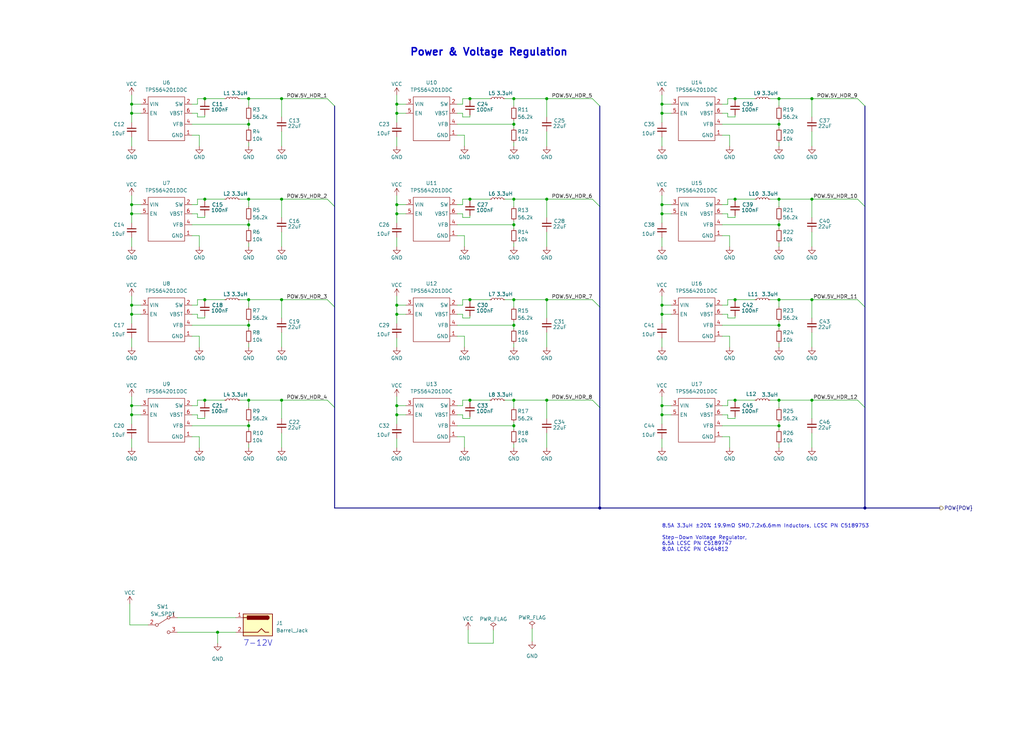
<source format=kicad_sch>
(kicad_sch (version 20230121) (generator eeschema)
  (paper "User" 355.6 254)
  (junction (at 229.87 144.145))
  (junction (at 255.27 104.14))
  (junction (at 86.36 139.065))
  (junction (at 178.435 113.03))
  (junction (at 86.36 78.105))
  (junction (at 45.72 140.97))
  (junction (at 270.51 34.29))
  (junction (at 86.36 113.03))
  (junction (at 137.795 140.97))
  (junction (at 137.795 144.145))
  (junction (at 178.435 139.065))
  (junction (at 45.72 109.22))
  (junction (at 270.51 104.14))
  (junction (at 45.72 39.37))
  (junction (at 45.72 36.195))
  (junction (at 178.435 43.18))
  (junction (at 97.79 104.14))
  (junction (at 270.51 78.105))
  (junction (at 97.79 139.065))
  (junction (at 189.865 104.14))
  (junction (at 229.87 140.97))
  (junction (at 71.12 69.215))
  (junction (at 163.195 104.14))
  (junction (at 281.94 104.14))
  (junction (at 45.72 74.295))
  (junction (at 178.435 34.29))
  (junction (at 229.87 36.195))
  (junction (at 178.435 147.955))
  (junction (at 71.12 104.14))
  (junction (at 255.27 34.29))
  (junction (at 71.12 34.29))
  (junction (at 86.36 43.18))
  (junction (at 229.87 109.22))
  (junction (at 45.72 71.12))
  (junction (at 255.27 139.065))
  (junction (at 86.36 104.14))
  (junction (at 281.94 69.215))
  (junction (at 137.795 109.22))
  (junction (at 86.36 69.215))
  (junction (at 137.795 71.12))
  (junction (at 229.87 71.12))
  (junction (at 300.355 176.53))
  (junction (at 86.36 147.955))
  (junction (at 178.435 78.105))
  (junction (at 163.195 69.215))
  (junction (at 189.865 139.065))
  (junction (at 137.795 39.37))
  (junction (at 229.87 74.295))
  (junction (at 86.36 34.29))
  (junction (at 137.795 74.295))
  (junction (at 270.51 139.065))
  (junction (at 270.51 43.18))
  (junction (at 137.795 106.045))
  (junction (at 178.435 104.14))
  (junction (at 281.94 34.29))
  (junction (at 270.51 147.955))
  (junction (at 45.72 106.045))
  (junction (at 163.195 34.29))
  (junction (at 189.865 34.29))
  (junction (at 189.865 69.215))
  (junction (at 75.565 219.71))
  (junction (at 229.87 106.045))
  (junction (at 255.27 69.215))
  (junction (at 97.79 69.215))
  (junction (at 163.195 139.065))
  (junction (at 71.12 139.065))
  (junction (at 45.72 144.145))
  (junction (at 229.87 39.37))
  (junction (at 270.51 69.215))
  (junction (at 270.51 113.03))
  (junction (at 281.94 139.065))
  (junction (at 137.795 36.195))
  (junction (at 97.79 34.29))
  (junction (at 208.28 176.53))
  (junction (at 178.435 69.215))
  (bus_entry (at 113.665 69.215) (size 2.54 2.54))
  (bus_entry (at 205.74 69.215) (size 2.54 2.54))
  (bus_entry (at 205.74 104.14) (size 2.54 2.54))
  (bus_entry (at 113.665 139.065) (size 2.54 2.54))
  (bus_entry (at 297.815 104.14) (size 2.54 2.54))
  (bus_entry (at 205.74 139.065) (size 2.54 2.54))
  (bus_entry (at 297.815 139.065) (size 2.54 2.54))
  (bus_entry (at 205.74 34.29) (size 2.54 2.54))
  (bus_entry (at 297.815 34.29) (size 2.54 2.54))
  (bus_entry (at 113.665 34.29) (size 2.54 2.54))
  (bus_entry (at 113.665 104.14) (size 2.54 2.54))
  (bus_entry (at 297.815 69.215) (size 2.54 2.54))
  (wire (pts (xy 97.79 115.57) (xy 97.79 120.65)))
  (wire (pts (xy 160.655 74.295) (xy 160.655 75.565)))
  (wire (pts (xy 45.72 106.045) (xy 45.72 109.22)))
  (wire (pts (xy 189.865 80.645) (xy 189.865 85.725)))
  (wire (pts (xy 160.655 34.29) (xy 163.195 34.29)))
  (wire (pts (xy 86.36 104.14) (xy 86.36 106.68)))
  (wire (pts (xy 255.27 75.565) (xy 255.27 74.93)))
  (wire (pts (xy 137.795 33.02) (xy 137.795 36.195)))
  (wire (pts (xy 229.87 71.12) (xy 229.87 74.295)))
  (wire (pts (xy 163.195 145.415) (xy 163.195 144.78)))
  (bus (pts (xy 116.205 141.605) (xy 116.205 176.53)))
  (wire (pts (xy 160.655 104.14) (xy 160.655 106.045)))
  (wire (pts (xy 160.655 75.565) (xy 163.195 75.565)))
  (wire (pts (xy 71.12 139.065) (xy 71.12 139.7)))
  (wire (pts (xy 45.72 71.12) (xy 48.895 71.12)))
  (wire (pts (xy 137.795 117.475) (xy 137.795 120.65)))
  (wire (pts (xy 45.72 36.195) (xy 45.72 39.37)))
  (wire (pts (xy 137.795 140.97) (xy 137.795 144.145)))
  (wire (pts (xy 189.865 45.72) (xy 189.865 50.8)))
  (wire (pts (xy 45.72 137.795) (xy 45.72 140.97)))
  (wire (pts (xy 68.58 109.22) (xy 68.58 110.49)))
  (wire (pts (xy 189.865 115.57) (xy 189.865 120.65)))
  (wire (pts (xy 97.79 34.29) (xy 113.665 34.29)))
  (wire (pts (xy 97.79 34.29) (xy 97.79 40.64)))
  (wire (pts (xy 66.675 109.22) (xy 68.58 109.22)))
  (wire (pts (xy 97.79 139.065) (xy 113.665 139.065)))
  (wire (pts (xy 83.185 34.29) (xy 86.36 34.29)))
  (wire (pts (xy 158.75 39.37) (xy 160.655 39.37)))
  (wire (pts (xy 252.73 75.565) (xy 255.27 75.565)))
  (wire (pts (xy 281.94 150.495) (xy 281.94 155.575)))
  (wire (pts (xy 252.73 36.195) (xy 250.825 36.195)))
  (wire (pts (xy 250.825 46.99) (xy 253.365 46.99)))
  (wire (pts (xy 68.58 69.215) (xy 71.12 69.215)))
  (wire (pts (xy 270.51 154.305) (xy 270.51 155.575)))
  (wire (pts (xy 270.51 104.14) (xy 270.51 106.68)))
  (wire (pts (xy 86.36 111.76) (xy 86.36 113.03)))
  (wire (pts (xy 69.215 151.765) (xy 69.215 155.575)))
  (wire (pts (xy 137.795 82.55) (xy 137.795 85.725)))
  (wire (pts (xy 83.185 139.065) (xy 86.36 139.065)))
  (wire (pts (xy 255.27 34.29) (xy 262.255 34.29)))
  (wire (pts (xy 189.865 34.29) (xy 205.74 34.29)))
  (wire (pts (xy 178.435 139.065) (xy 178.435 141.605)))
  (wire (pts (xy 137.795 144.145) (xy 137.795 147.32)))
  (wire (pts (xy 71.12 104.14) (xy 78.105 104.14)))
  (wire (pts (xy 71.12 75.565) (xy 71.12 74.93)))
  (wire (pts (xy 68.58 34.29) (xy 68.58 36.195)))
  (wire (pts (xy 189.865 139.065) (xy 205.74 139.065)))
  (wire (pts (xy 270.51 139.065) (xy 281.94 139.065)))
  (wire (pts (xy 45.72 33.02) (xy 45.72 36.195)))
  (wire (pts (xy 66.675 113.03) (xy 86.36 113.03)))
  (wire (pts (xy 66.675 39.37) (xy 68.58 39.37)))
  (wire (pts (xy 71.12 110.49) (xy 71.12 109.855)))
  (wire (pts (xy 270.51 41.91) (xy 270.51 43.18)))
  (wire (pts (xy 229.87 109.22) (xy 229.87 112.395)))
  (wire (pts (xy 250.825 43.18) (xy 270.51 43.18)))
  (bus (pts (xy 208.28 176.53) (xy 300.355 176.53)))
  (wire (pts (xy 161.29 81.915) (xy 161.29 85.725)))
  (bus (pts (xy 208.28 71.755) (xy 208.28 106.68)))
  (wire (pts (xy 86.36 146.685) (xy 86.36 147.955)))
  (wire (pts (xy 229.87 71.12) (xy 233.045 71.12)))
  (wire (pts (xy 71.12 104.14) (xy 71.12 104.775)))
  (wire (pts (xy 252.73 140.97) (xy 250.825 140.97)))
  (wire (pts (xy 45.72 47.625) (xy 45.72 50.8)))
  (wire (pts (xy 178.435 119.38) (xy 178.435 120.65)))
  (wire (pts (xy 51.435 217.17) (xy 45.085 217.17)))
  (wire (pts (xy 175.26 139.065) (xy 178.435 139.065)))
  (wire (pts (xy 178.435 104.14) (xy 178.435 106.68)))
  (wire (pts (xy 178.435 41.91) (xy 178.435 43.18)))
  (wire (pts (xy 137.795 144.145) (xy 140.97 144.145)))
  (wire (pts (xy 137.795 47.625) (xy 137.795 50.8)))
  (wire (pts (xy 68.58 110.49) (xy 71.12 110.49)))
  (wire (pts (xy 69.215 81.915) (xy 69.215 85.725)))
  (wire (pts (xy 267.335 104.14) (xy 270.51 104.14)))
  (wire (pts (xy 160.655 69.215) (xy 163.195 69.215)))
  (wire (pts (xy 68.58 74.295) (xy 68.58 75.565)))
  (wire (pts (xy 229.87 140.97) (xy 233.045 140.97)))
  (wire (pts (xy 250.825 151.765) (xy 253.365 151.765)))
  (wire (pts (xy 252.73 74.295) (xy 252.73 75.565)))
  (wire (pts (xy 86.36 69.215) (xy 86.36 71.755)))
  (wire (pts (xy 250.825 74.295) (xy 252.73 74.295)))
  (wire (pts (xy 252.73 145.415) (xy 255.27 145.415)))
  (wire (pts (xy 253.365 116.84) (xy 253.365 120.65)))
  (wire (pts (xy 255.27 139.065) (xy 262.255 139.065)))
  (wire (pts (xy 163.195 69.215) (xy 170.18 69.215)))
  (wire (pts (xy 252.73 71.12) (xy 250.825 71.12)))
  (wire (pts (xy 137.795 137.795) (xy 137.795 140.97)))
  (wire (pts (xy 255.27 139.065) (xy 255.27 139.7)))
  (wire (pts (xy 68.58 104.14) (xy 71.12 104.14)))
  (wire (pts (xy 189.865 104.14) (xy 205.74 104.14)))
  (wire (pts (xy 175.26 104.14) (xy 178.435 104.14)))
  (wire (pts (xy 178.435 146.685) (xy 178.435 147.955)))
  (wire (pts (xy 178.435 49.53) (xy 178.435 50.8)))
  (wire (pts (xy 270.51 34.29) (xy 270.51 36.83)))
  (wire (pts (xy 189.865 34.29) (xy 189.865 40.64)))
  (wire (pts (xy 158.75 109.22) (xy 160.655 109.22)))
  (wire (pts (xy 162.56 218.821) (xy 162.56 223.52)))
  (wire (pts (xy 45.72 109.22) (xy 48.895 109.22)))
  (wire (pts (xy 86.36 139.065) (xy 97.79 139.065)))
  (wire (pts (xy 68.58 71.12) (xy 66.675 71.12)))
  (wire (pts (xy 97.79 104.14) (xy 113.665 104.14)))
  (wire (pts (xy 66.675 46.99) (xy 69.215 46.99)))
  (wire (pts (xy 255.27 34.29) (xy 255.27 34.925)))
  (wire (pts (xy 252.73 104.14) (xy 252.73 106.045)))
  (wire (pts (xy 189.865 104.14) (xy 189.865 110.49)))
  (wire (pts (xy 178.435 43.18) (xy 178.435 44.45)))
  (wire (pts (xy 281.94 69.215) (xy 281.94 75.565)))
  (wire (pts (xy 45.72 67.945) (xy 45.72 71.12)))
  (wire (pts (xy 137.795 109.22) (xy 140.97 109.22)))
  (wire (pts (xy 252.73 110.49) (xy 255.27 110.49)))
  (wire (pts (xy 250.825 147.955) (xy 270.51 147.955)))
  (bus (pts (xy 300.355 176.53) (xy 326.39 176.53)))
  (wire (pts (xy 137.795 71.12) (xy 137.795 74.295)))
  (wire (pts (xy 83.185 104.14) (xy 86.36 104.14)))
  (wire (pts (xy 45.72 36.195) (xy 48.895 36.195)))
  (bus (pts (xy 116.205 106.68) (xy 116.205 141.605)))
  (wire (pts (xy 86.36 119.38) (xy 86.36 120.65)))
  (wire (pts (xy 255.27 104.14) (xy 262.255 104.14)))
  (wire (pts (xy 229.87 152.4) (xy 229.87 155.575)))
  (wire (pts (xy 270.51 147.955) (xy 270.51 149.225)))
  (wire (pts (xy 45.72 71.12) (xy 45.72 74.295)))
  (wire (pts (xy 137.795 102.87) (xy 137.795 106.045)))
  (bus (pts (xy 300.355 36.83) (xy 300.355 71.755)))
  (wire (pts (xy 184.785 218.44) (xy 184.785 222.885)))
  (wire (pts (xy 178.435 84.455) (xy 178.435 85.725)))
  (wire (pts (xy 270.51 76.835) (xy 270.51 78.105)))
  (wire (pts (xy 252.73 69.215) (xy 252.73 71.12)))
  (wire (pts (xy 137.795 39.37) (xy 137.795 42.545)))
  (wire (pts (xy 163.195 34.29) (xy 163.195 34.925)))
  (wire (pts (xy 178.435 69.215) (xy 189.865 69.215)))
  (wire (pts (xy 270.51 111.76) (xy 270.51 113.03)))
  (wire (pts (xy 270.51 119.38) (xy 270.51 120.65)))
  (wire (pts (xy 71.12 69.215) (xy 71.12 69.85)))
  (wire (pts (xy 252.73 109.22) (xy 252.73 110.49)))
  (wire (pts (xy 178.435 69.215) (xy 178.435 71.755)))
  (bus (pts (xy 300.355 71.755) (xy 300.355 106.68)))
  (wire (pts (xy 163.195 104.14) (xy 170.18 104.14)))
  (wire (pts (xy 45.085 209.804) (xy 45.085 217.17)))
  (wire (pts (xy 83.185 69.215) (xy 86.36 69.215)))
  (wire (pts (xy 270.51 49.53) (xy 270.51 50.8)))
  (wire (pts (xy 178.435 154.305) (xy 178.435 155.575)))
  (wire (pts (xy 45.72 82.55) (xy 45.72 85.725)))
  (wire (pts (xy 270.51 84.455) (xy 270.51 85.725)))
  (wire (pts (xy 171.323 218.948) (xy 171.323 223.52)))
  (wire (pts (xy 267.335 69.215) (xy 270.51 69.215)))
  (wire (pts (xy 163.195 139.065) (xy 170.18 139.065)))
  (wire (pts (xy 270.51 113.03) (xy 270.51 114.3)))
  (wire (pts (xy 68.58 40.64) (xy 71.12 40.64)))
  (wire (pts (xy 137.795 74.295) (xy 140.97 74.295)))
  (wire (pts (xy 45.72 74.295) (xy 48.895 74.295)))
  (wire (pts (xy 229.87 137.795) (xy 229.87 140.97)))
  (wire (pts (xy 178.435 111.76) (xy 178.435 113.03)))
  (wire (pts (xy 229.87 109.22) (xy 233.045 109.22)))
  (wire (pts (xy 281.94 34.29) (xy 281.94 40.64)))
  (wire (pts (xy 229.87 36.195) (xy 229.87 39.37)))
  (wire (pts (xy 86.36 84.455) (xy 86.36 85.725)))
  (wire (pts (xy 68.58 39.37) (xy 68.58 40.64)))
  (wire (pts (xy 161.29 151.765) (xy 161.29 155.575)))
  (wire (pts (xy 178.435 34.29) (xy 178.435 36.83)))
  (wire (pts (xy 270.51 78.105) (xy 270.51 79.375)))
  (wire (pts (xy 270.51 43.18) (xy 270.51 44.45)))
  (wire (pts (xy 97.79 150.495) (xy 97.79 155.575)))
  (wire (pts (xy 250.825 116.84) (xy 253.365 116.84)))
  (wire (pts (xy 270.51 146.685) (xy 270.51 147.955)))
  (wire (pts (xy 71.12 40.64) (xy 71.12 40.005)))
  (wire (pts (xy 252.73 139.065) (xy 255.27 139.065)))
  (bus (pts (xy 116.205 176.53) (xy 208.28 176.53)))
  (wire (pts (xy 270.51 104.14) (xy 281.94 104.14)))
  (wire (pts (xy 86.36 76.835) (xy 86.36 78.105)))
  (wire (pts (xy 160.655 69.215) (xy 160.655 71.12)))
  (wire (pts (xy 158.75 46.99) (xy 161.29 46.99)))
  (wire (pts (xy 161.29 46.99) (xy 161.29 50.8)))
  (wire (pts (xy 252.73 139.065) (xy 252.73 140.97)))
  (wire (pts (xy 171.323 223.52) (xy 162.56 223.52)))
  (wire (pts (xy 160.655 36.195) (xy 158.75 36.195)))
  (wire (pts (xy 68.58 75.565) (xy 71.12 75.565)))
  (wire (pts (xy 160.655 140.97) (xy 158.75 140.97)))
  (wire (pts (xy 281.94 139.065) (xy 281.94 145.415)))
  (wire (pts (xy 175.26 69.215) (xy 178.435 69.215)))
  (wire (pts (xy 229.87 39.37) (xy 233.045 39.37)))
  (bus (pts (xy 208.28 36.83) (xy 208.28 71.755)))
  (wire (pts (xy 71.12 139.065) (xy 78.105 139.065)))
  (bus (pts (xy 116.205 71.755) (xy 116.205 106.68)))
  (wire (pts (xy 66.675 81.915) (xy 69.215 81.915)))
  (wire (pts (xy 281.94 115.57) (xy 281.94 120.65)))
  (wire (pts (xy 229.87 67.945) (xy 229.87 71.12)))
  (wire (pts (xy 71.12 34.29) (xy 71.12 34.925)))
  (wire (pts (xy 66.675 78.105) (xy 86.36 78.105)))
  (wire (pts (xy 229.87 74.295) (xy 229.87 77.47)))
  (wire (pts (xy 281.94 104.14) (xy 297.815 104.14)))
  (wire (pts (xy 137.795 39.37) (xy 140.97 39.37)))
  (wire (pts (xy 250.825 78.105) (xy 270.51 78.105)))
  (wire (pts (xy 252.73 144.145) (xy 252.73 145.415)))
  (wire (pts (xy 45.72 140.97) (xy 45.72 144.145)))
  (wire (pts (xy 66.675 144.145) (xy 68.58 144.145)))
  (wire (pts (xy 137.795 109.22) (xy 137.795 112.395)))
  (wire (pts (xy 178.435 78.105) (xy 178.435 79.375)))
  (wire (pts (xy 229.87 106.045) (xy 233.045 106.045)))
  (wire (pts (xy 281.94 139.065) (xy 297.815 139.065)))
  (wire (pts (xy 158.75 144.145) (xy 160.655 144.145)))
  (wire (pts (xy 68.58 139.065) (xy 71.12 139.065)))
  (wire (pts (xy 250.825 81.915) (xy 253.365 81.915)))
  (wire (pts (xy 86.36 41.91) (xy 86.36 43.18)))
  (wire (pts (xy 158.75 113.03) (xy 178.435 113.03)))
  (wire (pts (xy 86.36 69.215) (xy 97.79 69.215)))
  (wire (pts (xy 255.27 110.49) (xy 255.27 109.855)))
  (wire (pts (xy 229.87 140.97) (xy 229.87 144.145)))
  (wire (pts (xy 229.87 33.02) (xy 229.87 36.195)))
  (wire (pts (xy 160.655 139.065) (xy 163.195 139.065)))
  (wire (pts (xy 97.79 45.72) (xy 97.79 50.8)))
  (wire (pts (xy 45.72 144.145) (xy 45.72 147.32)))
  (wire (pts (xy 69.215 46.99) (xy 69.215 50.8)))
  (wire (pts (xy 160.655 71.12) (xy 158.75 71.12)))
  (wire (pts (xy 163.195 104.14) (xy 163.195 104.775)))
  (wire (pts (xy 86.36 34.29) (xy 86.36 36.83)))
  (wire (pts (xy 45.72 102.87) (xy 45.72 106.045)))
  (wire (pts (xy 66.675 147.955) (xy 86.36 147.955)))
  (wire (pts (xy 229.87 144.145) (xy 229.87 147.32)))
  (wire (pts (xy 281.94 69.215) (xy 297.815 69.215)))
  (wire (pts (xy 68.58 36.195) (xy 66.675 36.195)))
  (wire (pts (xy 160.655 110.49) (xy 163.195 110.49)))
  (wire (pts (xy 68.58 104.14) (xy 68.58 106.045)))
  (wire (pts (xy 66.675 74.295) (xy 68.58 74.295)))
  (wire (pts (xy 71.12 69.215) (xy 78.105 69.215)))
  (wire (pts (xy 178.435 34.29) (xy 189.865 34.29)))
  (wire (pts (xy 160.655 34.29) (xy 160.655 36.195)))
  (wire (pts (xy 97.79 69.215) (xy 113.665 69.215)))
  (wire (pts (xy 137.795 152.4) (xy 137.795 155.575)))
  (wire (pts (xy 158.75 78.105) (xy 178.435 78.105)))
  (wire (pts (xy 160.655 145.415) (xy 163.195 145.415)))
  (wire (pts (xy 229.87 39.37) (xy 229.87 42.545)))
  (wire (pts (xy 66.675 43.18) (xy 86.36 43.18)))
  (wire (pts (xy 229.87 82.55) (xy 229.87 85.725)))
  (wire (pts (xy 229.87 106.045) (xy 229.87 109.22)))
  (wire (pts (xy 45.72 140.97) (xy 48.895 140.97)))
  (wire (pts (xy 160.655 106.045) (xy 158.75 106.045)))
  (wire (pts (xy 281.94 104.14) (xy 281.94 110.49)))
  (wire (pts (xy 45.72 109.22) (xy 45.72 112.395)))
  (wire (pts (xy 281.94 80.645) (xy 281.94 85.725)))
  (wire (pts (xy 250.825 144.145) (xy 252.73 144.145)))
  (wire (pts (xy 160.655 104.14) (xy 163.195 104.14)))
  (wire (pts (xy 255.27 69.215) (xy 255.27 69.85)))
  (wire (pts (xy 255.27 104.14) (xy 255.27 104.775)))
  (wire (pts (xy 229.87 102.87) (xy 229.87 106.045)))
  (wire (pts (xy 252.73 106.045) (xy 250.825 106.045)))
  (wire (pts (xy 97.79 80.645) (xy 97.79 85.725)))
  (wire (pts (xy 45.72 106.045) (xy 48.895 106.045)))
  (wire (pts (xy 270.51 34.29) (xy 281.94 34.29)))
  (wire (pts (xy 178.435 76.835) (xy 178.435 78.105)))
  (wire (pts (xy 86.36 139.065) (xy 86.36 141.605)))
  (wire (pts (xy 270.51 139.065) (xy 270.51 141.605)))
  (wire (pts (xy 250.825 39.37) (xy 252.73 39.37)))
  (wire (pts (xy 69.215 116.84) (xy 69.215 120.65)))
  (wire (pts (xy 68.58 34.29) (xy 71.12 34.29)))
  (wire (pts (xy 163.195 69.215) (xy 163.195 69.85)))
  (wire (pts (xy 45.72 74.295) (xy 45.72 77.47)))
  (wire (pts (xy 137.795 106.045) (xy 137.795 109.22)))
  (wire (pts (xy 189.865 69.215) (xy 189.865 75.565)))
  (bus (pts (xy 208.28 141.605) (xy 208.28 176.53)))
  (wire (pts (xy 68.58 139.065) (xy 68.58 140.97)))
  (wire (pts (xy 229.87 47.625) (xy 229.87 50.8)))
  (bus (pts (xy 116.205 36.83) (xy 116.205 71.755)))
  (wire (pts (xy 160.655 40.64) (xy 163.195 40.64)))
  (wire (pts (xy 267.335 34.29) (xy 270.51 34.29)))
  (wire (pts (xy 189.865 69.215) (xy 205.74 69.215)))
  (wire (pts (xy 86.36 43.18) (xy 86.36 44.45)))
  (wire (pts (xy 161.29 116.84) (xy 161.29 120.65)))
  (wire (pts (xy 175.26 34.29) (xy 178.435 34.29)))
  (wire (pts (xy 250.825 109.22) (xy 252.73 109.22)))
  (wire (pts (xy 45.72 117.475) (xy 45.72 120.65)))
  (wire (pts (xy 97.79 104.14) (xy 97.79 110.49)))
  (wire (pts (xy 68.58 145.415) (xy 71.12 145.415)))
  (wire (pts (xy 253.365 151.765) (xy 253.365 155.575)))
  (wire (pts (xy 163.195 75.565) (xy 163.195 74.93)))
  (wire (pts (xy 158.75 74.295) (xy 160.655 74.295)))
  (bus (pts (xy 208.28 106.68) (xy 208.28 141.605)))
  (wire (pts (xy 178.435 104.14) (xy 189.865 104.14)))
  (wire (pts (xy 158.75 43.18) (xy 178.435 43.18)))
  (wire (pts (xy 250.825 113.03) (xy 270.51 113.03)))
  (bus (pts (xy 300.355 141.605) (xy 300.355 176.53)))
  (wire (pts (xy 252.73 39.37) (xy 252.73 40.64)))
  (wire (pts (xy 253.365 46.99) (xy 253.365 50.8)))
  (wire (pts (xy 71.12 145.415) (xy 71.12 144.78)))
  (wire (pts (xy 86.36 104.14) (xy 97.79 104.14)))
  (wire (pts (xy 163.195 139.065) (xy 163.195 139.7)))
  (wire (pts (xy 229.87 117.475) (xy 229.87 120.65)))
  (wire (pts (xy 66.675 151.765) (xy 69.215 151.765)))
  (wire (pts (xy 255.27 69.215) (xy 262.255 69.215)))
  (wire (pts (xy 252.73 34.29) (xy 255.27 34.29)))
  (wire (pts (xy 137.795 74.295) (xy 137.795 77.47)))
  (wire (pts (xy 178.435 147.955) (xy 178.435 149.225)))
  (wire (pts (xy 158.75 116.84) (xy 161.29 116.84)))
  (wire (pts (xy 68.58 140.97) (xy 66.675 140.97)))
  (wire (pts (xy 75.565 219.71) (xy 75.565 223.52)))
  (wire (pts (xy 61.595 219.71) (xy 75.565 219.71)))
  (wire (pts (xy 71.12 34.29) (xy 78.105 34.29)))
  (wire (pts (xy 86.36 34.29) (xy 97.79 34.29)))
  (bus (pts (xy 300.355 106.68) (xy 300.355 141.605)))
  (wire (pts (xy 178.435 113.03) (xy 178.435 114.3)))
  (wire (pts (xy 68.58 106.045) (xy 66.675 106.045)))
  (wire (pts (xy 137.795 71.12) (xy 140.97 71.12)))
  (wire (pts (xy 163.195 110.49) (xy 163.195 109.855)))
  (wire (pts (xy 160.655 139.065) (xy 160.655 140.97)))
  (wire (pts (xy 61.595 214.63) (xy 81.915 214.63)))
  (wire (pts (xy 86.36 147.955) (xy 86.36 149.225)))
  (wire (pts (xy 137.795 67.945) (xy 137.795 71.12)))
  (wire (pts (xy 160.655 109.22) (xy 160.655 110.49)))
  (wire (pts (xy 86.36 113.03) (xy 86.36 114.3)))
  (wire (pts (xy 252.73 104.14) (xy 255.27 104.14)))
  (wire (pts (xy 158.75 147.955) (xy 178.435 147.955)))
  (wire (pts (xy 270.51 69.215) (xy 281.94 69.215)))
  (wire (pts (xy 252.73 40.64) (xy 255.27 40.64)))
  (wire (pts (xy 253.365 81.915) (xy 253.365 85.725)))
  (wire (pts (xy 158.75 151.765) (xy 161.29 151.765)))
  (wire (pts (xy 163.195 40.64) (xy 163.195 40.005)))
  (wire (pts (xy 281.94 45.72) (xy 281.94 50.8)))
  (wire (pts (xy 189.865 150.495) (xy 189.865 155.575)))
  (wire (pts (xy 68.58 69.215) (xy 68.58 71.12)))
  (wire (pts (xy 229.87 144.145) (xy 233.045 144.145)))
  (wire (pts (xy 86.36 49.53) (xy 86.36 50.8)))
  (wire (pts (xy 281.94 34.29) (xy 297.815 34.29)))
  (wire (pts (xy 86.36 78.105) (xy 86.36 79.375)))
  (wire (pts (xy 255.27 40.64) (xy 255.27 40.005)))
  (wire (pts (xy 229.87 74.295) (xy 233.045 74.295)))
  (wire (pts (xy 255.27 145.415) (xy 255.27 144.78)))
  (wire (pts (xy 97.79 69.215) (xy 97.79 75.565)))
  (wire (pts (xy 267.335 139.065) (xy 270.51 139.065)))
  (wire (pts (xy 137.795 36.195) (xy 137.795 39.37)))
  (wire (pts (xy 45.72 144.145) (xy 48.895 144.145)))
  (wire (pts (xy 252.73 69.215) (xy 255.27 69.215)))
  (wire (pts (xy 163.195 34.29) (xy 170.18 34.29)))
  (wire (pts (xy 86.36 154.305) (xy 86.36 155.575)))
  (wire (pts (xy 137.795 140.97) (xy 140.97 140.97)))
  (wire (pts (xy 75.565 219.71) (xy 81.915 219.71)))
  (wire (pts (xy 66.675 116.84) (xy 69.215 116.84)))
  (wire (pts (xy 137.795 106.045) (xy 140.97 106.045)))
  (wire (pts (xy 189.865 139.065) (xy 189.865 145.415)))
  (wire (pts (xy 45.72 39.37) (xy 45.72 42.545)))
  (wire (pts (xy 160.655 39.37) (xy 160.655 40.64)))
  (wire (pts (xy 270.51 69.215) (xy 270.51 71.755)))
  (wire (pts (xy 160.655 144.145) (xy 160.655 145.415)))
  (wire (pts (xy 97.79 139.065) (xy 97.79 145.415)))
  (wire (pts (xy 158.75 81.915) (xy 161.29 81.915)))
  (wire (pts (xy 45.72 39.37) (xy 48.895 39.37)))
  (wire (pts (xy 68.58 144.145) (xy 68.58 145.415)))
  (wire (pts (xy 137.795 36.195) (xy 140.97 36.195)))
  (wire (pts (xy 45.72 152.4) (xy 45.72 155.575)))
  (wire (pts (xy 229.87 36.195) (xy 233.045 36.195)))
  (wire (pts (xy 252.73 34.29) (xy 252.73 36.195)))
  (wire (pts (xy 178.435 139.065) (xy 189.865 139.065)))
  (text "7-12V" (at 84.455 224.79 0) (effects (font (size 2.032 2.032)) (justify left bottom)))
  (text "\n\n8.5A 3.3uH ±20% 19.9mΩ SMD,7.2x6.6mm Inductors, LCSC PN C5189753\n\nStep-Down Voltage Regulator, \n6.5A LCSC PN C5189747\n8.0A LCSC PN C464812" (at 229.87 191.77 0) (effects (font (size 1.27 1.27)) (justify left bottom)))
  (text "Power & Voltage Regulation" (at 142.24 19.685 0) (effects (font (size 2.54 2.54) (thickness 0.508) bold) (justify left bottom)))
  (label "POW.5V_HDR_6" (at 205.74 69.215 180))
  (label "POW.5V_HDR_3" (at 113.665 104.14 180))
  (label "POW.5V_HDR_5" (at 205.74 34.29 180))
  (label "POW.5V_HDR_7" (at 205.74 104.14 180))
  (label "POW.5V_HDR_10" (at 297.815 69.215 180))
  (label "POW.5V_HDR_2" (at 113.665 69.215 180))
  (label "POW.5V_HDR_1" (at 113.665 34.29 180))
  (label "POW.5V_HDR_4" (at 113.665 139.065 180))
  (label "POW.5V_HDR_8" (at 205.74 139.065 180))
  (label "POW.5V_HDR_11" (at 297.815 104.14 180))
  (label "POW.5V_HDR_12" (at 297.815 139.065 180))
  (label "POW.5V_HDR_9" (at 297.815 34.29 180))
  (hierarchical_label "POW{POW}" (shape output) (at 326.39 176.53 0))
  (symbol (lib_id "arena_custom:TPS564201DDC") (at 57.785 111.125 0) (unit 1)
    (property "Reference" "U8" (at 57.785 98.552 0))
    (property "Value" "TPS564201DDC" (at 57.785 101.092 0))
    (property "Footprint" "Package_TO_SOT_SMD:SOT-23-6" (effects hide))
  )
  (symbol (lib_id "Device:C_Small") (at 45.72 149.86 0) (unit 1)
    (property "Reference" "C20" (at 39.37 147.955 0) (effects (justify left)))
    (property "Value" "10uF" (at 38.735 151.13 0) (effects (justify left)))
    (property "Footprint" "Capacitor_SMD:C_0603_1608Metric" (effects hide))
  )
  (symbol (lib_id "arena_custom:TPS564201DDC") (at 149.86 146.05 0) (unit 1)
    (property "Reference" "U13" (at 149.86 133.477 0))
    (property "Value" "TPS564201DDC" (at 149.86 136.017 0))
    (property "Footprint" "Package_TO_SOT_SMD:SOT-23-6" (effects hide))
  )
  (symbol (lib_id "arena_custom:TPS564201DDC") (at 149.86 111.125 0) (unit 1)
    (property "Reference" "U12" (at 149.86 98.552 0))
    (property "Value" "TPS564201DDC" (at 149.86 101.092 0))
    (property "Footprint" "Package_TO_SOT_SMD:SOT-23-6" (effects hide))
  )
  (symbol (lib_id "Device:C_Small") (at 229.87 149.86 0) (unit 1)
    (property "Reference" "C44" (at 223.52 147.955 0) (effects (justify left)))
    (property "Value" "10uF" (at 222.885 151.13 0) (effects (justify left)))
    (property "Footprint" "Capacitor_SMD:C_0603_1608Metric" (effects hide))
  )
  (symbol (lib_id "power:GND") (at 270.51 50.8 0) (unit 1)
    (property "Reference" "#PWR0110" (effects hide))
    (property "Value" "GND" (at 270.51 54.61 0))
  )
  (symbol (lib_id "Device:C_Small") (at 97.79 43.18 180) (unit 1)
    (property "Reference" "C13" (at 104.14 41.91 0) (effects (justify left)))
    (property "Value" "22uF" (at 104.775 43.815 0) (effects (justify left)))
    (property "Footprint" "Capacitor_SMD:C_0603_1608Metric" (effects hide))
  )
  (symbol (lib_id "Device:C_Small") (at 255.27 37.465 180) (unit 1)
    (property "Reference" "C36" (at 261.62 36.195 0) (effects (justify left)))
    (property "Value" "100nF" (at 263.525 38.1 0) (effects (justify left)))
    (property "Footprint" "Capacitor_SMD:C_0603_1608Metric" (effects hide))
  )
  (symbol (lib_id "Device:C_Small") (at 137.795 149.86 0) (unit 1)
    (property "Reference" "C32" (at 131.445 147.955 0) (effects (justify left)))
    (property "Value" "10uF" (at 130.81 151.13 0) (effects (justify left)))
    (property "Footprint" "Capacitor_SMD:C_0603_1608Metric" (effects hide))
  )
  (symbol (lib_id "power:GND") (at 97.79 120.65 0) (unit 1)
    (property "Reference" "#PWR081" (effects hide))
    (property "Value" "GND" (at 97.79 124.46 0))
  )
  (symbol (lib_id "Device:R_Small") (at 270.51 144.145 0) (unit 1)
    (property "Reference" "R25" (at 271.78 142.875 0) (effects (justify left)))
    (property "Value" "56.2k" (at 271.78 145.415 0) (effects (justify left)))
    (property "Footprint" "Resistor_SMD:R_0603_1608Metric" (effects hide))
  )
  (symbol (lib_id "power:GND") (at 178.435 50.8 0) (unit 1)
    (property "Reference" "#PWR090" (effects hide))
    (property "Value" "GND" (at 178.435 54.61 0))
  )
  (symbol (lib_id "Device:C_Small") (at 163.195 37.465 180) (unit 1)
    (property "Reference" "C24" (at 169.545 36.195 0) (effects (justify left)))
    (property "Value" "100nF" (at 171.45 38.1 0) (effects (justify left)))
    (property "Footprint" "Capacitor_SMD:C_0603_1608Metric" (effects hide))
  )
  (symbol (lib_id "Device:C_Small") (at 71.12 142.24 180) (unit 1)
    (property "Reference" "C21" (at 77.47 140.97 0) (effects (justify left)))
    (property "Value" "100nF" (at 79.375 142.875 0) (effects (justify left)))
    (property "Footprint" "Capacitor_SMD:C_0603_1608Metric" (effects hide))
  )
  (symbol (lib_id "Device:C_Small") (at 281.94 43.18 180) (unit 1)
    (property "Reference" "C37" (at 288.29 41.91 0) (effects (justify left)))
    (property "Value" "22uF" (at 288.925 43.815 0) (effects (justify left)))
    (property "Footprint" "Capacitor_SMD:C_0603_1608Metric" (effects hide))
  )
  (symbol (lib_id "power:GND") (at 189.865 85.725 0) (unit 1)
    (property "Reference" "#PWR096" (effects hide))
    (property "Value" "GND" (at 189.865 89.535 0))
  )
  (symbol (lib_id "Device:R_Small") (at 86.36 81.915 0) (unit 1)
    (property "Reference" "R6" (at 87.63 80.645 0) (effects (justify left)))
    (property "Value" "10k" (at 87.63 83.185 0) (effects (justify left)))
    (property "Footprint" "Resistor_SMD:R_0603_1608Metric" (effects hide))
  )
  (symbol (lib_id "power:GND") (at 178.435 155.575 0) (unit 1)
    (property "Reference" "#PWR0105" (effects hide))
    (property "Value" "GND" (at 178.435 159.385 0))
  )
  (symbol (lib_id "Device:L_Small") (at 80.645 69.215 90) (unit 1)
    (property "Reference" "L2" (at 78.74 67.31 90))
    (property "Value" "3.3uH" (at 83.185 67.31 90))
    (property "Footprint" "arena_custom:CYA0650_3P3UH" (effects hide))
  )
  (symbol (lib_id "power:GND") (at 229.87 120.65 0) (unit 1)
    (property "Reference" "#PWR0118" (effects hide))
    (property "Value" "GND" (at 229.87 124.46 0))
  )
  (symbol (lib_id "Device:R_Small") (at 270.51 74.295 0) (unit 1)
    (property "Reference" "R21" (at 271.78 73.025 0) (effects (justify left)))
    (property "Value" "56.2k" (at 271.78 75.565 0) (effects (justify left)))
    (property "Footprint" "Resistor_SMD:R_0603_1608Metric" (effects hide))
  )
  (symbol (lib_id "power:GND") (at 189.865 155.575 0) (unit 1)
    (property "Reference" "#PWR0106" (effects hide))
    (property "Value" "GND" (at 189.865 159.385 0))
  )
  (symbol (lib_id "power:GND") (at 270.51 155.575 0) (unit 1)
    (property "Reference" "#PWR0125" (effects hide))
    (property "Value" "GND" (at 270.51 159.385 0))
  )
  (symbol (lib_id "power:GND") (at 97.79 85.725 0) (unit 1)
    (property "Reference" "#PWR054" (effects hide))
    (property "Value" "GND" (at 97.79 89.535 0))
  )
  (symbol (lib_id "power:GND") (at 137.795 50.8 0) (unit 1)
    (property "Reference" "#PWR088" (effects hide))
    (property "Value" "GND" (at 137.795 54.61 0))
  )
  (symbol (lib_id "power:GND") (at 45.72 50.8 0) (unit 1)
    (property "Reference" "#PWR04" (effects hide))
    (property "Value" "GND" (at 45.72 54.61 0))
  )
  (symbol (lib_id "power:GND") (at 161.29 50.8 0) (unit 1)
    (property "Reference" "#PWR089" (effects hide))
    (property "Value" "GND" (at 161.29 54.61 0))
  )
  (symbol (lib_id "Device:R_Small") (at 270.51 151.765 0) (unit 1)
    (property "Reference" "R26" (at 271.78 150.495 0) (effects (justify left)))
    (property "Value" "10k" (at 271.78 153.035 0) (effects (justify left)))
    (property "Footprint" "Resistor_SMD:R_0603_1608Metric" (effects hide))
  )
  (symbol (lib_id "power:GND") (at 178.435 85.725 0) (unit 1)
    (property "Reference" "#PWR095" (effects hide))
    (property "Value" "GND" (at 178.435 89.535 0))
  )
  (symbol (lib_id "power:GND") (at 86.36 120.65 0) (unit 1)
    (property "Reference" "#PWR080" (effects hide))
    (property "Value" "GND" (at 86.36 124.46 0))
  )
  (symbol (lib_id "power:GND") (at 253.365 50.8 0) (unit 1)
    (property "Reference" "#PWR0109" (effects hide))
    (property "Value" "GND" (at 253.365 54.61 0))
  )
  (symbol (lib_id "power:VCC") (at 45.72 67.945 0) (unit 1)
    (property "Reference" "#PWR024" (effects hide))
    (property "Value" "VCC" (at 45.72 64.135 0))
  )
  (symbol (lib_id "power:GND") (at 45.72 120.65 0) (unit 1)
    (property "Reference" "#PWR058" (effects hide))
    (property "Value" "GND" (at 45.72 124.46 0))
  )
  (symbol (lib_id "Device:L_Small") (at 172.72 104.14 90) (unit 1)
    (property "Reference" "L7" (at 170.815 102.235 90))
    (property "Value" "3.3uH" (at 175.26 102.235 90))
    (property "Footprint" "arena_custom:CYA0650_3P3UH" (effects hide))
  )
  (symbol (lib_id "Device:R_Small") (at 86.36 144.145 0) (unit 1)
    (property "Reference" "R9" (at 87.63 142.875 0) (effects (justify left)))
    (property "Value" "56.2k" (at 87.63 145.415 0) (effects (justify left)))
    (property "Footprint" "Resistor_SMD:R_0603_1608Metric" (effects hide))
  )
  (symbol (lib_id "power:VCC") (at 162.56 218.821 0) (unit 1)
    (property "Reference" "#PWR076" (effects hide))
    (property "Value" "VCC" (at 162.56 215.011 0))
  )
  (symbol (lib_id "power:GND") (at 45.72 85.725 0) (unit 1)
    (property "Reference" "#PWR038" (effects hide))
    (property "Value" "GND" (at 45.72 89.535 0))
  )
  (symbol (lib_id "power:VCC") (at 229.87 33.02 0) (unit 1)
    (property "Reference" "#PWR0107" (effects hide))
    (property "Value" "VCC" (at 229.87 29.21 0))
  )
  (symbol (lib_id "power:VCC") (at 137.795 137.795 0) (unit 1)
    (property "Reference" "#PWR0102" (effects hide))
    (property "Value" "VCC" (at 137.795 133.985 0))
  )
  (symbol (lib_id "power:GND") (at 137.795 155.575 0) (unit 1)
    (property "Reference" "#PWR0103" (effects hide))
    (property "Value" "GND" (at 137.795 159.385 0))
  )
  (symbol (lib_id "Device:C_Small") (at 97.79 113.03 180) (unit 1)
    (property "Reference" "C19" (at 104.14 111.76 0) (effects (justify left)))
    (property "Value" "22uF" (at 104.775 113.665 0) (effects (justify left)))
    (property "Footprint" "Capacitor_SMD:C_0603_1608Metric" (effects hide))
  )
  (symbol (lib_id "power:GND") (at 69.215 155.575 0) (unit 1)
    (property "Reference" "#PWR084" (effects hide))
    (property "Value" "GND" (at 69.215 159.385 0))
  )
  (symbol (lib_id "power:GND") (at 253.365 85.725 0) (unit 1)
    (property "Reference" "#PWR0114" (effects hide))
    (property "Value" "GND" (at 253.365 89.535 0))
  )
  (symbol (lib_id "power:VCC") (at 137.795 102.87 0) (unit 1)
    (property "Reference" "#PWR097" (effects hide))
    (property "Value" "VCC" (at 137.795 99.06 0))
  )
  (symbol (lib_id "power:GND") (at 229.87 50.8 0) (unit 1)
    (property "Reference" "#PWR0108" (effects hide))
    (property "Value" "GND" (at 229.87 54.61 0))
  )
  (symbol (lib_id "Device:L_Small") (at 80.645 104.14 90) (unit 1)
    (property "Reference" "L3" (at 78.74 102.235 90))
    (property "Value" "3.3uH" (at 83.185 102.235 90))
    (property "Footprint" "arena_custom:CYA0650_3P3UH" (effects hide))
  )
  (symbol (lib_id "Device:R_Small") (at 270.51 39.37 0) (unit 1)
    (property "Reference" "R19" (at 271.78 38.1 0) (effects (justify left)))
    (property "Value" "56.2k" (at 271.78 40.64 0) (effects (justify left)))
    (property "Footprint" "Resistor_SMD:R_0603_1608Metric" (effects hide))
  )
  (symbol (lib_id "power:GND") (at 189.865 50.8 0) (unit 1)
    (property "Reference" "#PWR091" (effects hide))
    (property "Value" "GND" (at 189.865 54.61 0))
  )
  (symbol (lib_id "power:GND") (at 270.51 85.725 0) (unit 1)
    (property "Reference" "#PWR0115" (effects hide))
    (property "Value" "GND" (at 270.51 89.535 0))
  )
  (symbol (lib_id "Connector:Barrel_Jack") (at 89.535 217.17 0) (mirror y) (unit 1)
    (property "Reference" "J1" (at 95.885 216.535 0) (effects (justify right)))
    (property "Value" "Barrel_Jack" (at 95.885 219.075 0) (effects (justify right)))
    (property "Footprint" "arena_custom:DCJACK_2PIN_HIGHCURRENT" (effects hide))
  )
  (symbol (lib_id "Device:C_Small") (at 71.12 107.315 180) (unit 1)
    (property "Reference" "C18" (at 77.47 106.045 0) (effects (justify left)))
    (property "Value" "100nF" (at 79.375 107.95 0) (effects (justify left)))
    (property "Footprint" "Capacitor_SMD:C_0603_1608Metric" (effects hide))
  )
  (symbol (lib_id "power:VCC") (at 45.085 209.804 0) (unit 1)
    (property "Reference" "#PWR02" (effects hide))
    (property "Value" "VCC" (at 45.085 205.994 0))
  )
  (symbol (lib_id "Device:R_Small") (at 86.36 39.37 0) (unit 1)
    (property "Reference" "R3" (at 87.63 38.1 0) (effects (justify left)))
    (property "Value" "56.2k" (at 87.63 40.64 0) (effects (justify left)))
    (property "Footprint" "Resistor_SMD:R_0603_1608Metric" (effects hide))
  )
  (symbol (lib_id "Device:L_Small") (at 172.72 34.29 90) (unit 1)
    (property "Reference" "L5" (at 170.815 32.385 90))
    (property "Value" "3.3uH" (at 175.26 32.385 90))
    (property "Footprint" "arena_custom:CYA0650_3P3UH" (effects hide))
  )
  (symbol (lib_id "Device:R_Small") (at 178.435 39.37 0) (unit 1)
    (property "Reference" "R11" (at 179.705 38.1 0) (effects (justify left)))
    (property "Value" "56.2k" (at 179.705 40.64 0) (effects (justify left)))
    (property "Footprint" "Resistor_SMD:R_0603_1608Metric" (effects hide))
  )
  (symbol (lib_id "power:GND") (at 161.29 155.575 0) (unit 1)
    (property "Reference" "#PWR0104" (effects hide))
    (property "Value" "GND" (at 161.29 159.385 0))
  )
  (symbol (lib_id "Device:C_Small") (at 189.865 113.03 180) (unit 1)
    (property "Reference" "C31" (at 196.215 111.76 0) (effects (justify left)))
    (property "Value" "22uF" (at 196.85 113.665 0) (effects (justify left)))
    (property "Footprint" "Capacitor_SMD:C_0603_1608Metric" (effects hide))
  )
  (symbol (lib_id "Device:C_Small") (at 229.87 114.935 0) (unit 1)
    (property "Reference" "C41" (at 223.52 113.03 0) (effects (justify left)))
    (property "Value" "10uF" (at 222.885 116.205 0) (effects (justify left)))
    (property "Footprint" "Capacitor_SMD:C_0603_1608Metric" (effects hide))
  )
  (symbol (lib_id "Device:C_Small") (at 45.72 114.935 0) (unit 1)
    (property "Reference" "C17" (at 39.37 113.03 0) (effects (justify left)))
    (property "Value" "10uF" (at 38.735 116.205 0) (effects (justify left)))
    (property "Footprint" "Capacitor_SMD:C_0603_1608Metric" (effects hide))
  )
  (symbol (lib_id "Device:C_Small") (at 45.72 45.085 0) (unit 1)
    (property "Reference" "C12" (at 39.37 43.18 0) (effects (justify left)))
    (property "Value" "10uF" (at 38.735 46.355 0) (effects (justify left)))
    (property "Footprint" "Capacitor_SMD:C_0603_1608Metric" (effects hide))
  )
  (symbol (lib_id "Switch:SW_SPDT") (at 56.515 217.17 0) (unit 1)
    (property "Reference" "SW1" (at 56.515 210.82 0))
    (property "Value" "SW_SPDT" (at 56.515 213.36 0))
    (property "Footprint" "arena_custom:slide_switch" (effects hide))
  )
  (symbol (lib_id "power:GND") (at 137.795 120.65 0) (unit 1)
    (property "Reference" "#PWR098" (effects hide))
    (property "Value" "GND" (at 137.795 124.46 0))
  )
  (symbol (lib_id "Device:C_Small") (at 163.195 142.24 180) (unit 1)
    (property "Reference" "C33" (at 169.545 140.97 0) (effects (justify left)))
    (property "Value" "100nF" (at 171.45 142.875 0) (effects (justify left)))
    (property "Footprint" "Capacitor_SMD:C_0603_1608Metric" (effects hide))
  )
  (symbol (lib_id "power:GND") (at 69.215 85.725 0) (unit 1)
    (property "Reference" "#PWR050" (effects hide))
    (property "Value" "GND" (at 69.215 89.535 0))
  )
  (symbol (lib_id "power:GND") (at 86.36 50.8 0) (unit 1)
    (property "Reference" "#PWR022" (effects hide))
    (property "Value" "GND" (at 86.36 54.61 0))
  )
  (symbol (lib_id "power:GND") (at 270.51 120.65 0) (unit 1)
    (property "Reference" "#PWR0120" (effects hide))
    (property "Value" "GND" (at 270.51 124.46 0))
  )
  (symbol (lib_id "Device:L_Small") (at 264.795 69.215 90) (unit 1)
    (property "Reference" "L10" (at 261.747 67.31 90))
    (property "Value" "3.3uH" (at 267.335 67.31 90))
    (property "Footprint" "arena_custom:CYA0650_3P3UH" (effects hide))
  )
  (symbol (lib_id "power:GND") (at 97.79 50.8 0) (unit 1)
    (property "Reference" "#PWR023" (effects hide))
    (property "Value" "GND" (at 97.79 54.61 0))
  )
  (symbol (lib_id "Device:R_Small") (at 270.51 116.84 0) (unit 1)
    (property "Reference" "R24" (at 271.78 115.57 0) (effects (justify left)))
    (property "Value" "10k" (at 271.78 118.11 0) (effects (justify left)))
    (property "Footprint" "Resistor_SMD:R_0603_1608Metric" (effects hide))
  )
  (symbol (lib_id "arena_custom:TPS564201DDC") (at 241.935 41.275 0) (unit 1)
    (property "Reference" "U14" (at 241.935 28.702 0))
    (property "Value" "TPS564201DDC" (at 241.935 31.242 0))
    (property "Footprint" "Package_TO_SOT_SMD:SOT-23-6" (effects hide))
  )
  (symbol (lib_id "Device:R_Small") (at 178.435 144.145 0) (unit 1)
    (property "Reference" "R17" (at 179.705 142.875 0) (effects (justify left)))
    (property "Value" "56.2k" (at 179.705 145.415 0) (effects (justify left)))
    (property "Footprint" "Resistor_SMD:R_0603_1608Metric" (effects hide))
  )
  (symbol (lib_id "power:GND") (at 69.215 120.65 0) (unit 1)
    (property "Reference" "#PWR079" (effects hide))
    (property "Value" "GND" (at 69.215 124.46 0))
  )
  (symbol (lib_id "Device:R_Small") (at 178.435 109.22 0) (unit 1)
    (property "Reference" "R15" (at 179.705 107.95 0) (effects (justify left)))
    (property "Value" "56.2k" (at 179.705 110.49 0) (effects (justify left)))
    (property "Footprint" "Resistor_SMD:R_0603_1608Metric" (effects hide))
  )
  (symbol (lib_id "arena_custom:TPS564201DDC") (at 149.86 76.2 0) (unit 1)
    (property "Reference" "U11" (at 149.86 63.627 0))
    (property "Value" "TPS564201DDC" (at 149.86 66.167 0))
    (property "Footprint" "Package_TO_SOT_SMD:SOT-23-6" (effects hide))
  )
  (symbol (lib_id "Device:C_Small") (at 71.12 72.39 180) (unit 1)
    (property "Reference" "C15" (at 77.47 71.12 0) (effects (justify left)))
    (property "Value" "100nF" (at 79.375 73.025 0) (effects (justify left)))
    (property "Footprint" "Capacitor_SMD:C_0603_1608Metric" (effects hide))
  )
  (symbol (lib_id "Device:R_Small") (at 86.36 109.22 0) (unit 1)
    (property "Reference" "R7" (at 87.63 107.95 0) (effects (justify left)))
    (property "Value" "56.2k" (at 87.63 110.49 0) (effects (justify left)))
    (property "Footprint" "Resistor_SMD:R_0603_1608Metric" (effects hide))
  )
  (symbol (lib_id "power:VCC") (at 229.87 137.795 0) (unit 1)
    (property "Reference" "#PWR0122" (effects hide))
    (property "Value" "VCC" (at 229.87 133.985 0))
  )
  (symbol (lib_id "Device:C_Small") (at 97.79 147.955 180) (unit 1)
    (property "Reference" "C22" (at 104.14 146.685 0) (effects (justify left)))
    (property "Value" "22uF" (at 104.775 148.59 0) (effects (justify left)))
    (property "Footprint" "Capacitor_SMD:C_0603_1608Metric" (effects hide))
  )
  (symbol (lib_id "power:GND") (at 189.865 120.65 0) (unit 1)
    (property "Reference" "#PWR0101" (effects hide))
    (property "Value" "GND" (at 189.865 124.46 0))
  )
  (symbol (lib_id "Device:L_Small") (at 80.645 34.29 90) (unit 1)
    (property "Reference" "L1" (at 78.74 32.385 90))
    (property "Value" "3.3uH" (at 83.185 32.385 90))
    (property "Footprint" "arena_custom:CYA0650_3P3UH" (effects hide))
  )
  (symbol (lib_id "power:GND") (at 229.87 155.575 0) (unit 1)
    (property "Reference" "#PWR0123" (effects hide))
    (property "Value" "GND" (at 229.87 159.385 0))
  )
  (symbol (lib_id "power:GND") (at 45.72 155.575 0) (unit 1)
    (property "Reference" "#PWR083" (effects hide))
    (property "Value" "GND" (at 45.72 159.385 0))
  )
  (symbol (lib_id "Device:R_Small") (at 178.435 116.84 0) (unit 1)
    (property "Reference" "R16" (at 179.705 115.57 0) (effects (justify left)))
    (property "Value" "10k" (at 179.705 118.11 0) (effects (justify left)))
    (property "Footprint" "Resistor_SMD:R_0603_1608Metric" (effects hide))
  )
  (symbol (lib_id "Device:C_Small") (at 97.79 78.105 180) (unit 1)
    (property "Reference" "C16" (at 104.14 76.835 0) (effects (justify left)))
    (property "Value" "22uF" (at 104.775 78.74 0) (effects (justify left)))
    (property "Footprint" "Capacitor_SMD:C_0603_1608Metric" (effects hide))
  )
  (symbol (lib_id "Device:C_Small") (at 163.195 107.315 180) (unit 1)
    (property "Reference" "C30" (at 169.545 106.045 0) (effects (justify left)))
    (property "Value" "100nF" (at 171.45 107.95 0) (effects (justify left)))
    (property "Footprint" "Capacitor_SMD:C_0603_1608Metric" (effects hide))
  )
  (symbol (lib_id "power:GND") (at 69.215 50.8 0) (unit 1)
    (property "Reference" "#PWR021" (effects hide))
    (property "Value" "GND" (at 69.215 54.61 0))
  )
  (symbol (lib_id "power:GND") (at 137.795 85.725 0) (unit 1)
    (property "Reference" "#PWR093" (effects hide))
    (property "Value" "GND" (at 137.795 89.535 0))
  )
  (symbol (lib_id "power:VCC") (at 137.795 33.02 0) (unit 1)
    (property "Reference" "#PWR087" (effects hide))
    (property "Value" "VCC" (at 137.795 29.21 0))
  )
  (symbol (lib_id "arena_custom:TPS564201DDC") (at 57.785 41.275 0) (unit 1)
    (property "Reference" "U6" (at 57.785 28.702 0))
    (property "Value" "TPS564201DDC" (at 57.785 31.242 0))
    (property "Footprint" "Package_TO_SOT_SMD:SOT-23-6" (effects hide))
  )
  (symbol (lib_id "power:VCC") (at 45.72 137.795 0) (unit 1)
    (property "Reference" "#PWR082" (effects hide))
    (property "Value" "VCC" (at 45.72 133.985 0))
  )
  (symbol (lib_id "Device:C_Small") (at 281.94 147.955 180) (unit 1)
    (property "Reference" "C46" (at 288.29 146.685 0) (effects (justify left)))
    (property "Value" "22uF" (at 288.925 148.59 0) (effects (justify left)))
    (property "Footprint" "Capacitor_SMD:C_0603_1608Metric" (effects hide))
  )
  (symbol (lib_id "arena_custom:TPS564201DDC") (at 57.785 76.2 0) (unit 1)
    (property "Reference" "U7" (at 57.785 63.627 0))
    (property "Value" "TPS564201DDC" (at 57.785 66.167 0))
    (property "Footprint" "Package_TO_SOT_SMD:SOT-23-6" (effects hide))
  )
  (symbol (lib_id "power:VCC") (at 229.87 67.945 0) (unit 1)
    (property "Reference" "#PWR0112" (effects hide))
    (property "Value" "VCC" (at 229.87 64.135 0))
  )
  (symbol (lib_id "Device:C_Small") (at 45.72 80.01 0) (unit 1)
    (property "Reference" "C14" (at 39.37 78.105 0) (effects (justify left)))
    (property "Value" "10uF" (at 38.735 81.28 0) (effects (justify left)))
    (property "Footprint" "Capacitor_SMD:C_0603_1608Metric" (effects hide))
  )
  (symbol (lib_id "Device:C_Small") (at 255.27 107.315 180) (unit 1)
    (property "Reference" "C42" (at 261.62 106.045 0) (effects (justify left)))
    (property "Value" "100nF" (at 263.525 107.95 0) (effects (justify left)))
    (property "Footprint" "Capacitor_SMD:C_0603_1608Metric" (effects hide))
  )
  (symbol (lib_id "power:GND") (at 75.565 223.52 0) (unit 1)
    (property "Reference" "#PWR077" (effects hide))
    (property "Value" "GND" (at 75.565 228.981 0))
  )
  (symbol (lib_id "Device:C_Small") (at 189.865 147.955 180) (unit 1)
    (property "Reference" "C34" (at 196.215 146.685 0) (effects (justify left)))
    (property "Value" "22uF" (at 196.85 148.59 0) (effects (justify left)))
    (property "Footprint" "Capacitor_SMD:C_0603_1608Metric" (effects hide))
  )
  (symbol (lib_id "power:GND") (at 161.29 85.725 0) (unit 1)
    (property "Reference" "#PWR094" (effects hide))
    (property "Value" "GND" (at 161.29 89.535 0))
  )
  (symbol (lib_id "Device:C_Small") (at 229.87 80.01 0) (unit 1)
    (property "Reference" "C38" (at 223.52 78.105 0) (effects (justify left)))
    (property "Value" "10uF" (at 222.885 81.28 0) (effects (justify left)))
    (property "Footprint" "Capacitor_SMD:C_0603_1608Metric" (effects hide))
  )
  (symbol (lib_id "Device:C_Small") (at 137.795 114.935 0) (unit 1)
    (property "Reference" "C29" (at 131.445 113.03 0) (effects (justify left)))
    (property "Value" "10uF" (at 130.81 116.205 0) (effects (justify left)))
    (property "Footprint" "Capacitor_SMD:C_0603_1608Metric" (effects hide))
  )
  (symbol (lib_id "arena_custom:TPS564201DDC") (at 241.935 111.125 0) (unit 1)
    (property "Reference" "U16" (at 241.935 98.552 0))
    (property "Value" "TPS564201DDC" (at 241.935 101.092 0))
    (property "Footprint" "Package_TO_SOT_SMD:SOT-23-6" (effects hide))
  )
  (symbol (lib_id "Device:L_Small") (at 264.795 139.065 90) (unit 1)
    (property "Reference" "L12" (at 260.858 136.906 90))
    (property "Value" "3.3uH" (at 267.335 137.16 90))
    (property "Footprint" "arena_custom:CYA0650_3P3UH" (effects hide))
  )
  (symbol (lib_id "arena_custom:TPS564201DDC") (at 149.86 41.275 0) (unit 1)
    (property "Reference" "U10" (at 149.86 28.702 0))
    (property "Value" "TPS564201DDC" (at 149.86 31.242 0))
    (property "Footprint" "Package_TO_SOT_SMD:SOT-23-6" (effects hide))
  )
  (symbol (lib_id "power:GND") (at 97.79 155.575 0) (unit 1)
    (property "Reference" "#PWR086" (effects hide))
    (property "Value" "GND" (at 97.79 159.385 0))
  )
  (symbol (lib_id "Device:R_Small") (at 178.435 46.99 0) (unit 1)
    (property "Reference" "R12" (at 179.705 45.72 0) (effects (justify left)))
    (property "Value" "10k" (at 179.705 48.26 0) (effects (justify left)))
    (property "Footprint" "Resistor_SMD:R_0603_1608Metric" (effects hide))
  )
  (symbol (lib_id "power:PWR_FLAG") (at 184.785 218.44 0) (unit 1)
    (property "Reference" "#FLG03" (effects hide))
    (property "Value" "PWR_FLAG" (at 184.785 214.63 0))
  )
  (symbol (lib_id "Device:R_Small") (at 178.435 151.765 0) (unit 1)
    (property "Reference" "R18" (at 179.705 150.495 0) (effects (justify left)))
    (property "Value" "10k" (at 179.705 153.035 0) (effects (justify left)))
    (property "Footprint" "Resistor_SMD:R_0603_1608Metric" (effects hide))
  )
  (symbol (lib_id "power:GND") (at 86.36 85.725 0) (unit 1)
    (property "Reference" "#PWR052" (effects hide))
    (property "Value" "GND" (at 86.36 89.535 0))
  )
  (symbol (lib_id "power:VCC") (at 137.795 67.945 0) (unit 1)
    (property "Reference" "#PWR092" (effects hide))
    (property "Value" "VCC" (at 137.795 64.135 0))
  )
  (symbol (lib_id "power:GND") (at 281.94 155.575 0) (unit 1)
    (property "Reference" "#PWR0126" (effects hide))
    (property "Value" "GND" (at 281.94 159.385 0))
  )
  (symbol (lib_id "Device:C_Small") (at 281.94 113.03 180) (unit 1)
    (property "Reference" "C43" (at 288.29 111.76 0) (effects (justify left)))
    (property "Value" "22uF" (at 288.925 113.665 0) (effects (justify left)))
    (property "Footprint" "Capacitor_SMD:C_0603_1608Metric" (effects hide))
  )
  (symbol (lib_id "Device:C_Small") (at 71.12 37.465 180) (unit 1)
    (property "Reference" "C11" (at 77.47 36.195 0) (effects (justify left)))
    (property "Value" "100nF" (at 79.375 38.1 0) (effects (justify left)))
    (property "Footprint" "Capacitor_SMD:C_0603_1608Metric" (effects hide))
  )
  (symbol (lib_id "Device:C_Small") (at 163.195 72.39 180) (unit 1)
    (property "Reference" "C27" (at 169.545 71.12 0) (effects (justify left)))
    (property "Value" "100nF" (at 171.45 73.025 0) (effects (justify left)))
    (property "Footprint" "Capacitor_SMD:C_0603_1608Metric" (effects hide))
  )
  (symbol (lib_id "Device:L_Small") (at 172.72 69.215 90) (unit 1)
    (property "Reference" "L6" (at 170.815 67.31 90))
    (property "Value" "3.3uH" (at 175.26 67.31 90))
    (property "Footprint" "arena_custom:CYA0650_3P3UH" (effects hide))
  )
  (symbol (lib_id "power:GND") (at 86.36 155.575 0) (unit 1)
    (property "Reference" "#PWR085" (effects hide))
    (property "Value" "GND" (at 86.36 159.385 0))
  )
  (symbol (lib_id "Device:C_Small") (at 189.865 43.18 180) (unit 1)
    (property "Reference" "C25" (at 196.215 41.91 0) (effects (justify left)))
    (property "Value" "22uF" (at 196.85 43.815 0) (effects (justify left)))
    (property "Footprint" "Capacitor_SMD:C_0603_1608Metric" (effects hide))
  )
  (symbol (lib_id "Device:L_Small") (at 264.795 34.29 90) (unit 1)
    (property "Reference" "L9" (at 262.89 32.385 90))
    (property "Value" "3.3uH" (at 267.335 32.385 90))
    (property "Footprint" "arena_custom:CYA0650_3P3UH" (effects hide))
  )
  (symbol (lib_id "power:PWR_FLAG") (at 171.323 218.948 0) (unit 1)
    (property "Reference" "#FLG01" (effects hide))
    (property "Value" "PWR_FLAG" (at 171.323 215.138 0))
  )
  (symbol (lib_id "power:GND") (at 281.94 85.725 0) (unit 1)
    (property "Reference" "#PWR0116" (effects hide))
    (property "Value" "GND" (at 281.94 89.535 0))
  )
  (symbol (lib_id "arena_custom:TPS564201DDC") (at 57.785 146.05 0) (unit 1)
    (property "Reference" "U9" (at 57.785 133.477 0))
    (property "Value" "TPS564201DDC" (at 57.785 136.017 0))
    (property "Footprint" "Package_TO_SOT_SMD:SOT-23-6" (effects hide))
  )
  (symbol (lib_id "power:GND") (at 253.365 155.575 0) (unit 1)
    (property "Reference" "#PWR0124" (effects hide))
    (property "Value" "GND" (at 253.365 159.385 0))
  )
  (symbol (lib_id "power:GND") (at 161.29 120.65 0) (unit 1)
    (property "Reference" "#PWR099" (effects hide))
    (property "Value" "GND" (at 161.29 124.46 0))
  )
  (symbol (lib_id "Device:C_Small") (at 189.865 78.105 180) (unit 1)
    (property "Reference" "C28" (at 196.215 76.835 0) (effects (justify left)))
    (property "Value" "22uF" (at 196.85 78.74 0) (effects (justify left)))
    (property "Footprint" "Capacitor_SMD:C_0603_1608Metric" (effects hide))
  )
  (symbol (lib_id "Device:C_Small") (at 255.27 72.39 180) (unit 1)
    (property "Reference" "C39" (at 261.62 71.12 0) (effects (justify left)))
    (property "Value" "100nF" (at 263.525 73.025 0) (effects (justify left)))
    (property "Footprint" "Capacitor_SMD:C_0603_1608Metric" (effects hide))
  )
  (symbol (lib_id "power:GND") (at 281.94 50.8 0) (unit 1)
    (property "Reference" "#PWR0111" (effects hide))
    (property "Value" "GND" (at 281.94 54.61 0))
  )
  (symbol (lib_id "Device:R_Small") (at 270.51 81.915 0) (unit 1)
    (property "Reference" "R22" (at 271.78 80.645 0) (effects (justify left)))
    (property "Value" "10k" (at 271.78 83.185 0) (effects (justify left)))
    (property "Footprint" "Resistor_SMD:R_0603_1608Metric" (effects hide))
  )
  (symbol (lib_id "Device:L_Small") (at 172.72 139.065 90) (unit 1)
    (property "Reference" "L8" (at 170.815 137.16 90))
    (property "Value" "3.3uH" (at 175.26 137.16 90))
    (property "Footprint" "arena_custom:CYA0650_3P3UH" (effects hide))
  )
  (symbol (lib_id "power:GND") (at 281.94 120.65 0) (unit 1)
    (property "Reference" "#PWR0121" (effects hide))
    (property "Value" "GND" (at 281.94 124.46 0))
  )
  (symbol (lib_id "power:GND") (at 178.435 120.65 0) (unit 1)
    (property "Reference" "#PWR0100" (effects hide))
    (property "Value" "GND" (at 178.435 124.46 0))
  )
  (symbol (lib_id "arena_custom:TPS564201DDC") (at 241.935 146.05 0) (unit 1)
    (property "Reference" "U17" (at 241.935 133.477 0))
    (property "Value" "TPS564201DDC" (at 241.935 136.017 0))
    (property "Footprint" "Package_TO_SOT_SMD:SOT-23-6" (effects hide))
  )
  (symbol (lib_id "Device:C_Small") (at 137.795 45.085 0) (unit 1)
    (property "Reference" "C23" (at 131.445 43.18 0) (effects (justify left)))
    (property "Value" "10uF" (at 130.81 46.355 0) (effects (justify left)))
    (property "Footprint" "Capacitor_SMD:C_0603_1608Metric" (effects hide))
  )
  (symbol (lib_id "power:VCC") (at 45.72 33.02 0) (unit 1)
    (property "Reference" "#PWR078" (effects hide))
    (property "Value" "VCC" (at 45.72 29.21 0))
  )
  (symbol (lib_id "power:VCC") (at 229.87 102.87 0) (unit 1)
    (property "Reference" "#PWR0117" (effects hide))
    (property "Value" "VCC" (at 229.87 99.06 0))
  )
  (symbol (lib_id "Device:R_Small") (at 270.51 46.99 0) (unit 1)
    (property "Reference" "R20" (at 271.78 45.72 0) (effects (justify left)))
    (property "Value" "10k" (at 271.78 48.26 0) (effects (justify left)))
    (property "Footprint" "Resistor_SMD:R_0603_1608Metric" (effects hide))
  )
  (symbol (lib_id "power:GND") (at 184.785 222.885 0) (unit 1)
    (property "Reference" "#PWR013" (effects hide))
    (property "Value" "GND" (at 184.785 227.965 0))
  )
  (symbol (lib_id "Device:R_Small") (at 178.435 81.915 0) (unit 1)
    (property "Reference" "R14" (at 179.705 80.645 0) (effects (justify left)))
    (property "Value" "10k" (at 179.705 83.185 0) (effects (justify left)))
    (property "Footprint" "Resistor_SMD:R_0603_1608Metric" (effects hide))
  )
  (symbol (lib_id "power:VCC") (at 45.72 102.87 0) (unit 1)
    (property "Reference" "#PWR056" (effects hide))
    (property "Value" "VCC" (at 45.72 99.06 0))
  )
  (symbol (lib_id "Device:R_Small") (at 86.36 116.84 0) (unit 1)
    (property "Reference" "R8" (at 87.63 115.57 0) (effects (justify left)))
    (property "Value" "10k" (at 87.63 118.11 0) (effects (justify left)))
    (property "Footprint" "Resistor_SMD:R_0603_1608Metric" (effects hide))
  )
  (symbol (lib_id "Device:C_Small") (at 137.795 80.01 0) (unit 1)
    (property "Reference" "C26" (at 131.445 78.105 0) (effects (justify left)))
    (property "Value" "10uF" (at 130.81 81.28 0) (effects (justify left)))
    (property "Footprint" "Capacitor_SMD:C_0603_1608Metric" (effects hide))
  )
  (symbol (lib_id "power:GND") (at 253.365 120.65 0) (unit 1)
    (property "Reference" "#PWR0119" (effects hide))
    (property "Value" "GND" (at 253.365 124.46 0))
  )
  (symbol (lib_id "Device:R_Small") (at 86.36 151.765 0) (unit 1)
    (property "Reference" "R10" (at 87.63 150.495 0) (effects (justify left)))
    (property "Value" "10k" (at 87.63 153.035 0) (effects (justify left)))
    (property "Footprint" "Resistor_SMD:R_0603_1608Metric" (effects hide))
  )
  (symbol (lib_id "Device:C_Small") (at 229.87 45.085 0) (unit 1)
    (property "Reference" "C35" (at 223.52 43.18 0) (effects (justify left)))
    (property "Value" "10uF" (at 222.885 46.355 0) (effects (justify left)))
    (property "Footprint" "Capacitor_SMD:C_0603_1608Metric" (effects hide))
  )
  (symbol (lib_id "Device:R_Small") (at 86.36 74.295 0) (unit 1)
    (property "Reference" "R5" (at 87.63 73.025 0) (effects (justify left)))
    (property "Value" "56.2k" (at 87.63 75.565 0) (effects (justify left)))
    (property "Footprint" "Resistor_SMD:R_0603_1608Metric" (effects hide))
  )
  (symbol (lib_id "Device:L_Small") (at 264.795 104.14 90) (unit 1)
    (property "Reference" "L11" (at 261.493 102.235 90))
    (property "Value" "3.3uH" (at 267.335 102.235 90))
    (property "Footprint" "arena_custom:CYA0650_3P3UH" (effects hide))
  )
  (symbol (lib_id "Device:C_Small") (at 281.94 78.105 180) (unit 1)
    (property "Reference" "C40" (at 288.29 76.835 0) (effects (justify left)))
    (property "Value" "22uF" (at 288.925 78.74 0) (effects (justify left)))
    (property "Footprint" "Capacitor_SMD:C_0603_1608Metric" (effects hide))
  )
  (symbol (lib_id "power:GND") (at 229.87 85.725 0) (unit 1)
    (property "Reference" "#PWR0113" (effects hide))
    (property "Value" "GND" (at 229.87 89.535 0))
  )
  (symbol (lib_id "Device:R_Small") (at 86.36 46.99 0) (unit 1)
    (property "Reference" "R4" (at 87.63 45.72 0) (effects (justify left)))
    (property "Value" "10k" (at 87.63 48.26 0) (effects (justify left)))
    (property "Footprint" "Resistor_SMD:R_0603_1608Metric" (effects hide))
  )
  (symbol (lib_id "arena_custom:TPS564201DDC") (at 241.935 76.2 0) (unit 1)
    (property "Reference" "U15" (at 241.935 63.627 0))
    (property "Value" "TPS564201DDC" (at 241.935 66.167 0))
    (property "Footprint" "Package_TO_SOT_SMD:SOT-23-6" (effects hide))
  )
  (symbol (lib_id "Device:R_Small") (at 270.51 109.22 0) (unit 1)
    (property "Reference" "R23" (at 271.78 107.95 0) (effects (justify left)))
    (property "Value" "56.2k" (at 271.78 110.49 0) (effects (justify left)))
    (property "Footprint" "Resistor_SMD:R_0603_1608Metric" (effects hide))
  )
  (symbol (lib_id "Device:R_Small") (at 178.435 74.295 0) (unit 1)
    (property "Reference" "R13" (at 179.705 73.025 0) (effects (justify left)))
    (property "Value" "56.2k" (at 179.705 75.565 0) (effects (justify left)))
    (property "Footprint" "Resistor_SMD:R_0603_1608Metric" (effects hide))
  )
  (symbol (lib_id "Device:C_Small") (at 255.27 142.24 180) (unit 1)
    (property "Reference" "C45" (at 261.62 140.97 0) (effects (justify left)))
    (property "Value" "100nF" (at 263.525 142.875 0) (effects (justify left)))
    (property "Footprint" "Capacitor_SMD:C_0603_1608Metric" (effects hide))
  )
  (symbol (lib_id "Device:L_Small") (at 80.645 139.065 90) (unit 1)
    (property "Reference" "L4" (at 78.74 137.16 90))
    (property "Value" "3.3uH" (at 83.185 137.16 90))
    (property "Footprint" "arena_custom:CYA0650_3P3UH" (effects hide))
  )
)
</source>
